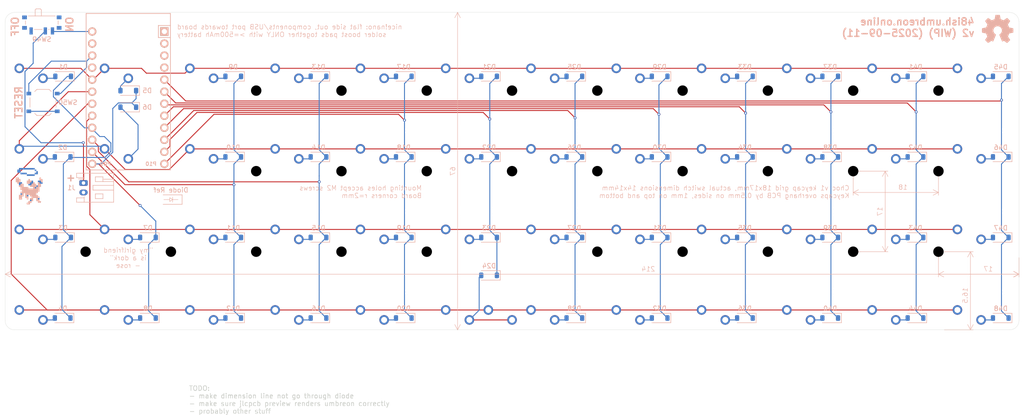
<source format=kicad_pcb>
(kicad_pcb
	(version 20241229)
	(generator "pcbnew")
	(generator_version "9.0")
	(general
		(thickness 1.6)
		(legacy_teardrops no)
	)
	(paper "A3")
	(title_block
		(title "plank")
		(rev "v1.0.0")
		(company "Unknown")
	)
	(layers
		(0 "F.Cu" signal)
		(2 "B.Cu" signal)
		(9 "F.Adhes" user "F.Adhesive")
		(11 "B.Adhes" user "B.Adhesive")
		(13 "F.Paste" user)
		(15 "B.Paste" user)
		(5 "F.SilkS" user "F.Silkscreen")
		(7 "B.SilkS" user "B.Silkscreen")
		(1 "F.Mask" user)
		(3 "B.Mask" user)
		(17 "Dwgs.User" user "User.Drawings")
		(19 "Cmts.User" user "User.Comments")
		(21 "Eco1.User" user "User.Eco1")
		(23 "Eco2.User" user "User.Eco2")
		(25 "Edge.Cuts" user)
		(27 "Margin" user)
		(31 "F.CrtYd" user "F.Courtyard")
		(29 "B.CrtYd" user "B.Courtyard")
		(35 "F.Fab" user)
		(33 "B.Fab" user)
	)
	(setup
		(pad_to_mask_clearance 0)
		(allow_soldermask_bridges_in_footprints no)
		(tenting front back)
		(pcbplotparams
			(layerselection 0x00000000_00000000_55555555_5755f5ff)
			(plot_on_all_layers_selection 0x00000000_00000000_00000000_00000000)
			(disableapertmacros no)
			(usegerberextensions no)
			(usegerberattributes yes)
			(usegerberadvancedattributes yes)
			(creategerberjobfile yes)
			(dashed_line_dash_ratio 12.000000)
			(dashed_line_gap_ratio 3.000000)
			(svgprecision 4)
			(plotframeref no)
			(mode 1)
			(useauxorigin no)
			(hpglpennumber 1)
			(hpglpenspeed 20)
			(hpglpendiameter 15.000000)
			(pdf_front_fp_property_popups yes)
			(pdf_back_fp_property_popups yes)
			(pdf_metadata yes)
			(pdf_single_document no)
			(dxfpolygonmode yes)
			(dxfimperialunits yes)
			(dxfusepcbnewfont yes)
			(psnegative no)
			(psa4output no)
			(plot_black_and_white yes)
			(sketchpadsonfab no)
			(plotpadnumbers no)
			(hidednponfab no)
			(sketchdnponfab yes)
			(crossoutdnponfab yes)
			(subtractmaskfromsilk no)
			(outputformat 1)
			(mirror no)
			(drillshape 0)
			(scaleselection 1)
			(outputdirectory "48ish_soldered_out/")
		)
	)
	(net 0 "")
	(net 1 "Net-(D1-A)")
	(net 2 "/col0")
	(net 3 "Net-(D2-A)")
	(net 4 "Net-(D3-A)")
	(net 5 "Net-(D4-A)")
	(net 6 "/col1")
	(net 7 "Net-(D5-A)")
	(net 8 "Net-(D6-A)")
	(net 9 "Net-(D7-A)")
	(net 10 "Net-(D8-A)")
	(net 11 "Net-(D9-A)")
	(net 12 "/col2")
	(net 13 "Net-(D10-A)")
	(net 14 "Net-(D11-A)")
	(net 15 "Net-(D12-A)")
	(net 16 "/col3")
	(net 17 "Net-(D13-A)")
	(net 18 "Net-(D14-A)")
	(net 19 "Net-(D15-A)")
	(net 20 "Net-(D16-A)")
	(net 21 "Net-(D17-A)")
	(net 22 "/col4")
	(net 23 "Net-(D18-A)")
	(net 24 "Net-(D19-A)")
	(net 25 "Net-(D20-A)")
	(net 26 "Net-(D21-A)")
	(net 27 "/col5")
	(net 28 "Net-(D22-A)")
	(net 29 "Net-(D23-A)")
	(net 30 "Net-(D24-A)")
	(net 31 "Net-(D25-A)")
	(net 32 "/col6")
	(net 33 "Net-(D26-A)")
	(net 34 "Net-(D27-A)")
	(net 35 "Net-(D28-A)")
	(net 36 "/col7")
	(net 37 "Net-(D29-A)")
	(net 38 "Net-(D30-A)")
	(net 39 "Net-(D31-A)")
	(net 40 "Net-(D32-A)")
	(net 41 "Net-(D33-A)")
	(net 42 "/col8")
	(net 43 "Net-(D34-A)")
	(net 44 "Net-(D35-A)")
	(net 45 "Net-(D36-A)")
	(net 46 "Net-(D37-A)")
	(net 47 "/col9")
	(net 48 "Net-(D38-A)")
	(net 49 "Net-(D39-A)")
	(net 50 "Net-(D40-A)")
	(net 51 "Net-(D41-A)")
	(net 52 "/col10")
	(net 53 "Net-(D42-A)")
	(net 54 "Net-(D43-A)")
	(net 55 "Net-(D44-A)")
	(net 56 "/col11")
	(net 57 "Net-(D45-A)")
	(net 58 "Net-(D46-A)")
	(net 59 "Net-(D47-A)")
	(net 60 "Net-(D48-A)")
	(net 61 "Net-(J1-Pin_1)")
	(net 62 "VBAT")
	(net 63 "/row0")
	(net 64 "/row2")
	(net 65 "GND")
	(net 66 "unconnected-(U1-P1{slash}TX-Pad1)")
	(net 67 "/row3")
	(net 68 "unconnected-(U1-P0{slash}RX-Pad2)")
	(net 69 "/row1")
	(net 70 "Net-(SW50-A)")
	(net 71 "unconnected-(SW49-A-Pad1)")
	(footprint "stuff:Choc_v1" (layer "F.Cu") (at 134.5 128))
	(footprint "stuff:Choc_v1" (layer "F.Cu") (at 242.5 128))
	(footprint "stuff:Choc_v1" (layer "F.Cu") (at 188.5 128))
	(footprint "stuff:shitty_m2_mounting_hole" (layer "F.Cu") (at 161.5 136.5))
	(footprint "stuff:Choc_v1" (layer "F.Cu") (at 278.5 111))
	(footprint "stuff:shitty_m2_mounting_hole" (layer "F.Cu") (at 197.5 153.5))
	(footprint "stuff:shitty_m2_mounting_hole" (layer "F.Cu") (at 305.5 136.5))
	(footprint "stuff:Choc_v1" (layer "F.Cu") (at 206.5 111))
	(footprint "stuff:Choc_v1" (layer "F.Cu") (at 170.5 145))
	(footprint "stuff:Choc_v1" (layer "F.Cu") (at 260.5 111))
	(footprint "stuff:Choc_v1" (layer "F.Cu") (at 152.5 128))
	(footprint "stuff:shitty_m2_mounting_hole" (layer "F.Cu") (at 287.5 153.5))
	(footprint "stuff:Choc_v1" (layer "F.Cu") (at 116.5 128))
	(footprint "stuff:Choc_v1" (layer "F.Cu") (at 224.5 128))
	(footprint "stuff:shitty_m2_mounting_hole" (layer "F.Cu") (at 179.5 153.5))
	(footprint "stuff:Choc_v1" (layer "F.Cu") (at 224.5 145))
	(footprint "stuff:Choc_v1" (layer "F.Cu") (at 134.5 111))
	(footprint "stuff:shitty_m2_mounting_hole" (layer "F.Cu") (at 215.5 119.5))
	(footprint "stuff:shitty_m2_mounting_hole" (layer "F.Cu") (at 269.5 153.5))
	(footprint "stuff:Choc_v1" (layer "F.Cu") (at 314.5 145))
	(footprint "stuff:Choc_v1" (layer "F.Cu") (at 314.5 128))
	(footprint "stuff:Choc_v1" (layer "F.Cu") (at 278.5 162))
	(footprint "stuff:shitty_m2_mounting_hole" (layer "F.Cu") (at 197.5 136.5))
	(footprint "stuff:Choc_v1" (layer "F.Cu") (at 224.5 111))
	(footprint "stuff:Choc_v1" (layer "F.Cu") (at 260.5 162))
	(footprint "stuff:shitty_m2_mounting_hole" (layer "F.Cu") (at 233.5 136.5))
	(footprint "stuff:Choc_v1" (layer "F.Cu") (at 188.5 162))
	(footprint "stuff:Choc_v1" (layer "F.Cu") (at 152.5 162))
	(footprint "stuff:Choc_v1" (layer "F.Cu") (at 116.5 162))
	(footprint "stuff:shitty_m2_mounting_hole" (layer "F.Cu") (at 233.5 153.5))
	(footprint "stuff:shitty_m2_mounting_hole" (layer "F.Cu") (at 161.5 153.5))
	(footprint "stuff:Choc_v1" (layer "F.Cu") (at 170.5 162))
	(footprint "stuff:Choc_v1" (layer "F.Cu") (at 278.5 128))
	(footprint "stuff:Choc_v1" (layer "F.Cu") (at 116.5 145))
	(footprint "stuff:Choc_v1" (layer "F.Cu") (at 260.5 128))
	(footprint "stuff:Choc_v1" (layer "F.Cu") (at 206.5 128))
	(footprint "stuff:Choc_v1" (layer "F.Cu") (at 242.5 111))
	(footprint "stuff:shitty_m2_mounting_hole" (layer "F.Cu") (at 251.5 136.5))
	(footprint "stuff:Choc_v1" (layer "F.Cu") (at 242.5 145))
	(footprint "stuff:Choc_v1" (layer "F.Cu") (at 215.5 162))
	(footprint "stuff:Choc_v1" (layer "F.Cu") (at 134.5 145))
	(footprint "stuff:Choc_v1" (layer "F.Cu") (at 296.5 145))
	(footprint "stuff:shitty_m2_mounting_hole" (layer "F.Cu") (at 251.5 119.5))
	(footprint "stuff:Choc_v1" (layer "F.Cu") (at 170.5 128))
	(footprint "stuff:Choc_v1" (layer "F.Cu") (at 296.5 162))
	(footprint "stuff:Choc_v1" (layer "F.Cu") (at 314.5 111))
	(footprint "stuff:shitty_m2_mounting_hole" (layer "F.Cu") (at 197.5 119.5))
	(footprint "stuff:Choc_v1" (layer "F.Cu") (at 260.5 145))
	(footprint "stuff:Choc_v1" (layer "F.Cu") (at 170.5 111))
	(footprint "stuff:Choc_v1" (layer "F.Cu") (at 116.5 111))
	(footprint "stuff:shitty_m2_mounting_hole" (layer "F.Cu") (at 233.5 119.5))
	(footprint "stuff:Choc_v1" (layer "F.Cu") (at 152.5 111))
	(footprint "stuff:shitty_m2_mounting_hole" (layer "F.Cu") (at 305.5 119.5))
	(footprint "stuff:shitty_m2_mounting_hole" (layer "F.Cu") (at 179.5 119.5))
	(footprint "stuff:shitty_m2_mounting_hole" (layer "F.Cu") (at 287.5 119.5))
	(footprint "stuff:Choc_v1" (layer "F.Cu") (at 188.5 111))
	(footprint "stuff:Choc_v1" (layer "F.Cu") (at 206.5 162))
	(footprint "stuff:shitty_m2_mounting_hole" (layer "F.Cu") (at 251.5 153.5))
	(footprint "stuff:shitty_m2_mounting_hole" (layer "F.Cu") (at 269.5 136.5))
	(footprint "stuff:Choc_v1"
		(layer "F.Cu")
		(uuid "af34793c-daa4-4b79-95b7-6a08e89da75f")
		(at 314.5 162)
		(property "Reference" "SW48"
			(at 0 0 0)
			(layer "F.SilkS")
			(hide yes)
			(uuid "541f78e3-30ca-46a0-829a-c350c8bd6488")
			(effects
				(font
					(size 1.27 1.27)
					(thickness 0.15)
				)
			)
		)
		(property "Value" "SW_SPST"
			(at 0 0 0)
			(layer "F.SilkS")
			(hide yes)
			(uuid "c946a7ff-19b3-4cc8-a137-09131e4f43f6")
			(effects
				(font
					(size 1.27 1.27)
					(thickness 0.15)
				)
			)
		)
		(property "Datasheet" "~"
			(at 0 0 0)
			(layer "F.Fab")
			(hide yes)
			(uuid "c002c301-9b48-4ac9-90b7-5c9546a86264")
			(effects
				(font
					(size 1.27 1.27)
					(thickness 0.15)
				)
			)
		)
		(property "Description" "Single Pole Single Throw (SPST) switch"
			(at 0 0 0)
			(layer "F.Fab")
			(hide yes)
			(uuid "e7768342-1231-46c5-8abd-ea706634fdff")
			(effects
				(font
					(size 1.27 1.27)
					(thickness 0.15)
				)
			)
		)
		(path "/a0f4c260-c94c-4389-b0dc-6a1faebf1b04")
		(sheetname "/")
		(sheetfile "48ish_soldered.kicad_sch")
		(attr through_hole)
		(fp_line
			(start -9 -8.5)
			(end 9 -8.5)
			(stroke
				(width 0.15)
				(type solid)
			)
			(layer "Dwgs.User")
			(uuid "159b41ad-116b-4626-b962-aff74eaac337")
		)
		(fp_line
			(start -9 8.5)
			(end -9 -8.5)
			(stroke
				(width 0.15)
				(type solid)
			)
			(layer "Dwgs.User")
			(uuid "360c1585-fc9c-4014-b471-fa85a0ebf5ea")
		)
		(fp_line
			(start -7 -6)
			(end -7 -7)
			(stroke
				(width 0.15)
				(type solid)
			)
			(layer "Dwgs.User")
			(uuid "a226d315-f7dc-42e7-a98b-ab2919a994de")
		)
		(fp_line
			(start -7 7)
			(end -7 6)
			(stroke
				(width 0.15)
				(type solid)
			)
			(layer "Dwgs.User")
			(uuid "82a2ba49-8e4b-4423-9b69-ee187277658a")
		)
		(fp_line
			(start -7 7)
			(end -6 7)
			(stroke
				(width 0.15)
				(type solid)
			)
			(layer "Dwgs.User")
			(uuid "290f0337-2687-4801-96ee-83a217c8d7ff")
		)
		(fp_line
			(start -6 -7)
			(end -7 -7)
			(stroke
				(width 0.15)
				(type solid)
			)
			(layer "Dwgs.User")
			(uuid "eb8a1660-1ff3-47e5-a342-ed2f51cedc22")
		)
		(fp_line
			(start 6 7)
			(end 7 7)
			(stroke
				(width 0.15)
				(type solid)
			)
			(layer "Dwgs.User")
			(uuid "7ddd7d55-d1fc-433f-8b47-35907796db15")
		)
		(fp_line
			(start 7 -7)
			(end 6 -7)
			(stroke
				(width 0.15)
				(type solid)
			)
			(layer "Dwgs.User")
			(uuid "75d2e287-2620-41f4-9c7a-7ee970680e0b")
		)
		(fp_line
			(start 7 -7)
			(end 7 -6)
			(stroke
				(width 0.15)
				(type solid)
			)
			(layer "Dwgs.User")
			(uuid "24a53999-8592-4fa4-be4d-b756f8b6426b")
		)
		(fp_line
			(start 7 6)
			(end 7 7)
			(stroke
				(width 0.15)
				(type solid)
			)
			(layer "Dwgs.User")
			(uuid "a8f837cd-a941-453b-8347-c39b4fba6076")
		)
		(fp_line
			(start 9 -8.5)
			(end 9 8.5)
			(stroke
				(width 0.15)
				(type solid)
			)
			(layer "Dwgs.User")
			(uuid "e432349b-912d-4655-8d68-387455af2041")
		)
		(fp_line
			(start 9 8.5)
			(end -9 8.5)
			(stroke
				(width 0.15)
				(type solid)
			)
			(layer "Dwgs.User")
			(uuid "92417981-0acf-4127-bf8f-f539c756f504")
		)
		(pad "" np_thru_hole circle
			(at -5.5 0 180)
			(size 1.7018 1.7018)
			(drill 1.7018)
			(layers "*.Cu" "*.Mask")
			(uuid "e0b86a4c-cfe9-4955-9997-6a9f54f893c4")
		)
		(pad "" np_thru_hole circle
			(at 0 0 180)
			(size 3.429 3.429)
			(drill 3.429)
			(layers "*.Cu" "*.Mask")
			(uuid "6d5ae354-07f5-4001-99d5-8839d170bd16")
		)
		(pad "" np_thru_hole circle
			(at 5.5 0 180)
			(size 1.7018 1.7018)
			(drill 1.7018)
			(layers "*.Cu" "*.Mask")
			(uuid "a3337838-4769-4320-82cd-b9959031aa1d")
		)
		(pad "1" thru_hole circle
			(at 
... [452828 chars truncated]
</source>
